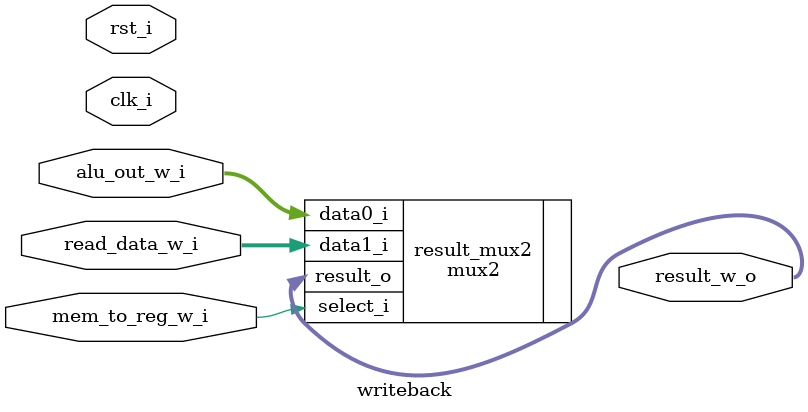
<source format=sv>
`timescale 1ns / 1ps

module writeback (
  input               clk_i,
  input               rst_i,
  input               mem_to_reg_w_i,
  input        [31:0] alu_out_w_i,
  input        [31:0] read_data_w_i,
  output logic [31:0] result_w_o
);

  mux2 result_mux2 (
    .data0_i(alu_out_w_i),
    .data1_i(read_data_w_i),
    .select_i(mem_to_reg_w_i),
    .result_o(result_w_o)
  );

endmodule : writeback

</source>
